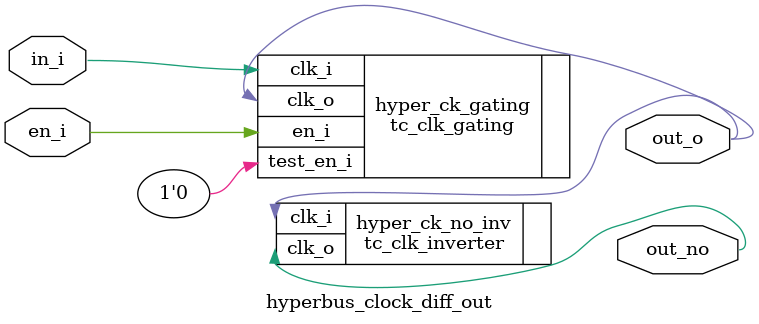
<source format=sv>
`timescale 1ns / 1ps

module hyperbus_clock_diff_out
(
    input  logic in_i,
    input  logic en_i, //high enable
    output logic out_o,
    output logic out_no
);

    tc_clk_gating hyper_ck_gating (
        .clk_i     ( in_i  ),
        .en_i      ( en_i  ),
        .test_en_i ( 1'b0  ),
        .clk_o     ( out_o )
    );

    tc_clk_inverter hyper_ck_no_inv (
        .clk_i ( out_o  ),
        .clk_o ( out_no )
    );

endmodule

</source>
